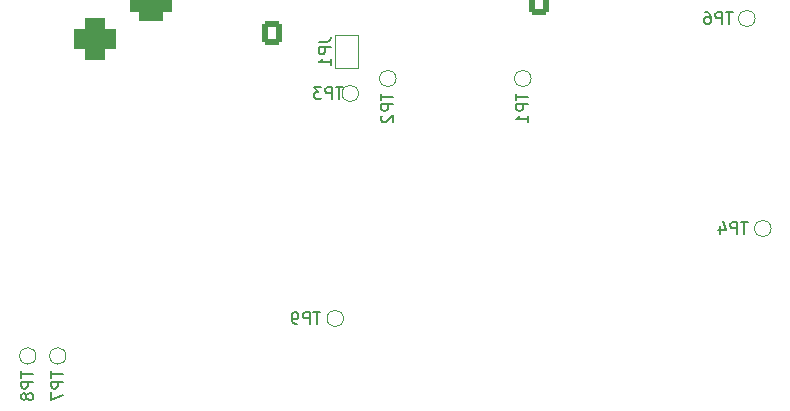
<source format=gbr>
%TF.GenerationSoftware,KiCad,Pcbnew,8.0.1*%
%TF.CreationDate,2024-09-11T09:05:04+09:00*%
%TF.ProjectId,raspcat,72617370-6361-4742-9e6b-696361645f70,rev?*%
%TF.SameCoordinates,Original*%
%TF.FileFunction,Legend,Bot*%
%TF.FilePolarity,Positive*%
%FSLAX46Y46*%
G04 Gerber Fmt 4.6, Leading zero omitted, Abs format (unit mm)*
G04 Created by KiCad (PCBNEW 8.0.1) date 2024-09-11 09:05:04*
%MOMM*%
%LPD*%
G01*
G04 APERTURE LIST*
G04 Aperture macros list*
%AMRoundRect*
0 Rectangle with rounded corners*
0 $1 Rounding radius*
0 $2 $3 $4 $5 $6 $7 $8 $9 X,Y pos of 4 corners*
0 Add a 4 corners polygon primitive as box body*
4,1,4,$2,$3,$4,$5,$6,$7,$8,$9,$2,$3,0*
0 Add four circle primitives for the rounded corners*
1,1,$1+$1,$2,$3*
1,1,$1+$1,$4,$5*
1,1,$1+$1,$6,$7*
1,1,$1+$1,$8,$9*
0 Add four rect primitives between the rounded corners*
20,1,$1+$1,$2,$3,$4,$5,0*
20,1,$1+$1,$4,$5,$6,$7,0*
20,1,$1+$1,$6,$7,$8,$9,0*
20,1,$1+$1,$8,$9,$2,$3,0*%
G04 Aperture macros list end*
%ADD10C,0.150000*%
%ADD11C,0.120000*%
%ADD12R,3.500000X3.500000*%
%ADD13RoundRect,0.750000X-1.000000X0.750000X-1.000000X-0.750000X1.000000X-0.750000X1.000000X0.750000X0*%
%ADD14RoundRect,0.875000X-0.875000X0.875000X-0.875000X-0.875000X0.875000X-0.875000X0.875000X0.875000X0*%
%ADD15RoundRect,0.250000X0.600000X0.750000X-0.600000X0.750000X-0.600000X-0.750000X0.600000X-0.750000X0*%
%ADD16O,1.700000X2.000000*%
%ADD17RoundRect,0.250000X0.600000X0.725000X-0.600000X0.725000X-0.600000X-0.725000X0.600000X-0.725000X0*%
%ADD18O,1.700000X1.950000*%
%ADD19RoundRect,0.250000X0.725000X-0.600000X0.725000X0.600000X-0.725000X0.600000X-0.725000X-0.600000X0*%
%ADD20O,1.950000X1.700000*%
%ADD21R,1.500000X2.300000*%
%ADD22O,1.500000X2.300000*%
%ADD23C,3.200000*%
%ADD24RoundRect,0.250000X-0.600000X-0.725000X0.600000X-0.725000X0.600000X0.725000X-0.600000X0.725000X0*%
%ADD25R,1.600000X1.600000*%
%ADD26C,1.600000*%
%ADD27C,2.300000*%
%ADD28R,1.600000X2.400000*%
%ADD29O,1.600000X2.400000*%
%ADD30O,1.700000X1.700000*%
%ADD31R,1.700000X1.700000*%
%ADD32RoundRect,0.250000X-0.600000X-0.750000X0.600000X-0.750000X0.600000X0.750000X-0.600000X0.750000X0*%
%ADD33C,1.000000*%
%ADD34R,1.500000X1.000000*%
G04 APERTURE END LIST*
D10*
X44314819Y54111905D02*
X44314819Y53540477D01*
X45314819Y53826191D02*
X44314819Y53826191D01*
X45314819Y53207143D02*
X44314819Y53207143D01*
X44314819Y53207143D02*
X44314819Y52826191D01*
X44314819Y52826191D02*
X44362438Y52730953D01*
X44362438Y52730953D02*
X44410057Y52683334D01*
X44410057Y52683334D02*
X44505295Y52635715D01*
X44505295Y52635715D02*
X44648152Y52635715D01*
X44648152Y52635715D02*
X44743390Y52683334D01*
X44743390Y52683334D02*
X44791009Y52730953D01*
X44791009Y52730953D02*
X44838628Y52826191D01*
X44838628Y52826191D02*
X44838628Y53207143D01*
X45314819Y51683334D02*
X45314819Y52254762D01*
X45314819Y51969048D02*
X44314819Y51969048D01*
X44314819Y51969048D02*
X44457676Y52064286D01*
X44457676Y52064286D02*
X44552914Y52159524D01*
X44552914Y52159524D02*
X44600533Y52254762D01*
X2404819Y30616905D02*
X2404819Y30045477D01*
X3404819Y30331191D02*
X2404819Y30331191D01*
X3404819Y29712143D02*
X2404819Y29712143D01*
X2404819Y29712143D02*
X2404819Y29331191D01*
X2404819Y29331191D02*
X2452438Y29235953D01*
X2452438Y29235953D02*
X2500057Y29188334D01*
X2500057Y29188334D02*
X2595295Y29140715D01*
X2595295Y29140715D02*
X2738152Y29140715D01*
X2738152Y29140715D02*
X2833390Y29188334D01*
X2833390Y29188334D02*
X2881009Y29235953D01*
X2881009Y29235953D02*
X2928628Y29331191D01*
X2928628Y29331191D02*
X2928628Y29712143D01*
X2833390Y28569286D02*
X2785771Y28664524D01*
X2785771Y28664524D02*
X2738152Y28712143D01*
X2738152Y28712143D02*
X2642914Y28759762D01*
X2642914Y28759762D02*
X2595295Y28759762D01*
X2595295Y28759762D02*
X2500057Y28712143D01*
X2500057Y28712143D02*
X2452438Y28664524D01*
X2452438Y28664524D02*
X2404819Y28569286D01*
X2404819Y28569286D02*
X2404819Y28378810D01*
X2404819Y28378810D02*
X2452438Y28283572D01*
X2452438Y28283572D02*
X2500057Y28235953D01*
X2500057Y28235953D02*
X2595295Y28188334D01*
X2595295Y28188334D02*
X2642914Y28188334D01*
X2642914Y28188334D02*
X2738152Y28235953D01*
X2738152Y28235953D02*
X2785771Y28283572D01*
X2785771Y28283572D02*
X2833390Y28378810D01*
X2833390Y28378810D02*
X2833390Y28569286D01*
X2833390Y28569286D02*
X2881009Y28664524D01*
X2881009Y28664524D02*
X2928628Y28712143D01*
X2928628Y28712143D02*
X3023866Y28759762D01*
X3023866Y28759762D02*
X3214342Y28759762D01*
X3214342Y28759762D02*
X3309580Y28712143D01*
X3309580Y28712143D02*
X3357200Y28664524D01*
X3357200Y28664524D02*
X3404819Y28569286D01*
X3404819Y28569286D02*
X3404819Y28378810D01*
X3404819Y28378810D02*
X3357200Y28283572D01*
X3357200Y28283572D02*
X3309580Y28235953D01*
X3309580Y28235953D02*
X3214342Y28188334D01*
X3214342Y28188334D02*
X3023866Y28188334D01*
X3023866Y28188334D02*
X2928628Y28235953D01*
X2928628Y28235953D02*
X2881009Y28283572D01*
X2881009Y28283572D02*
X2833390Y28378810D01*
X29611904Y54665181D02*
X29040476Y54665181D01*
X29326190Y53665181D02*
X29326190Y54665181D01*
X28707142Y53665181D02*
X28707142Y54665181D01*
X28707142Y54665181D02*
X28326190Y54665181D01*
X28326190Y54665181D02*
X28230952Y54617562D01*
X28230952Y54617562D02*
X28183333Y54569943D01*
X28183333Y54569943D02*
X28135714Y54474705D01*
X28135714Y54474705D02*
X28135714Y54331848D01*
X28135714Y54331848D02*
X28183333Y54236610D01*
X28183333Y54236610D02*
X28230952Y54188991D01*
X28230952Y54188991D02*
X28326190Y54141372D01*
X28326190Y54141372D02*
X28707142Y54141372D01*
X27802380Y54665181D02*
X27183333Y54665181D01*
X27183333Y54665181D02*
X27516666Y54284229D01*
X27516666Y54284229D02*
X27373809Y54284229D01*
X27373809Y54284229D02*
X27278571Y54236610D01*
X27278571Y54236610D02*
X27230952Y54188991D01*
X27230952Y54188991D02*
X27183333Y54093753D01*
X27183333Y54093753D02*
X27183333Y53855658D01*
X27183333Y53855658D02*
X27230952Y53760420D01*
X27230952Y53760420D02*
X27278571Y53712800D01*
X27278571Y53712800D02*
X27373809Y53665181D01*
X27373809Y53665181D02*
X27659523Y53665181D01*
X27659523Y53665181D02*
X27754761Y53712800D01*
X27754761Y53712800D02*
X27802380Y53760420D01*
X4944819Y30616905D02*
X4944819Y30045477D01*
X5944819Y30331191D02*
X4944819Y30331191D01*
X5944819Y29712143D02*
X4944819Y29712143D01*
X4944819Y29712143D02*
X4944819Y29331191D01*
X4944819Y29331191D02*
X4992438Y29235953D01*
X4992438Y29235953D02*
X5040057Y29188334D01*
X5040057Y29188334D02*
X5135295Y29140715D01*
X5135295Y29140715D02*
X5278152Y29140715D01*
X5278152Y29140715D02*
X5373390Y29188334D01*
X5373390Y29188334D02*
X5421009Y29235953D01*
X5421009Y29235953D02*
X5468628Y29331191D01*
X5468628Y29331191D02*
X5468628Y29712143D01*
X4944819Y28807381D02*
X4944819Y28140715D01*
X4944819Y28140715D02*
X5944819Y28569286D01*
X62631904Y61015181D02*
X62060476Y61015181D01*
X62346190Y60015181D02*
X62346190Y61015181D01*
X61727142Y60015181D02*
X61727142Y61015181D01*
X61727142Y61015181D02*
X61346190Y61015181D01*
X61346190Y61015181D02*
X61250952Y60967562D01*
X61250952Y60967562D02*
X61203333Y60919943D01*
X61203333Y60919943D02*
X61155714Y60824705D01*
X61155714Y60824705D02*
X61155714Y60681848D01*
X61155714Y60681848D02*
X61203333Y60586610D01*
X61203333Y60586610D02*
X61250952Y60538991D01*
X61250952Y60538991D02*
X61346190Y60491372D01*
X61346190Y60491372D02*
X61727142Y60491372D01*
X60298571Y61015181D02*
X60489047Y61015181D01*
X60489047Y61015181D02*
X60584285Y60967562D01*
X60584285Y60967562D02*
X60631904Y60919943D01*
X60631904Y60919943D02*
X60727142Y60777086D01*
X60727142Y60777086D02*
X60774761Y60586610D01*
X60774761Y60586610D02*
X60774761Y60205658D01*
X60774761Y60205658D02*
X60727142Y60110420D01*
X60727142Y60110420D02*
X60679523Y60062800D01*
X60679523Y60062800D02*
X60584285Y60015181D01*
X60584285Y60015181D02*
X60393809Y60015181D01*
X60393809Y60015181D02*
X60298571Y60062800D01*
X60298571Y60062800D02*
X60250952Y60110420D01*
X60250952Y60110420D02*
X60203333Y60205658D01*
X60203333Y60205658D02*
X60203333Y60443753D01*
X60203333Y60443753D02*
X60250952Y60538991D01*
X60250952Y60538991D02*
X60298571Y60586610D01*
X60298571Y60586610D02*
X60393809Y60634229D01*
X60393809Y60634229D02*
X60584285Y60634229D01*
X60584285Y60634229D02*
X60679523Y60586610D01*
X60679523Y60586610D02*
X60727142Y60538991D01*
X60727142Y60538991D02*
X60774761Y60443753D01*
X63901904Y43235181D02*
X63330476Y43235181D01*
X63616190Y42235181D02*
X63616190Y43235181D01*
X62997142Y42235181D02*
X62997142Y43235181D01*
X62997142Y43235181D02*
X62616190Y43235181D01*
X62616190Y43235181D02*
X62520952Y43187562D01*
X62520952Y43187562D02*
X62473333Y43139943D01*
X62473333Y43139943D02*
X62425714Y43044705D01*
X62425714Y43044705D02*
X62425714Y42901848D01*
X62425714Y42901848D02*
X62473333Y42806610D01*
X62473333Y42806610D02*
X62520952Y42758991D01*
X62520952Y42758991D02*
X62616190Y42711372D01*
X62616190Y42711372D02*
X62997142Y42711372D01*
X61568571Y42901848D02*
X61568571Y42235181D01*
X61806666Y43282800D02*
X62044761Y42568515D01*
X62044761Y42568515D02*
X61425714Y42568515D01*
X27584819Y58494334D02*
X28299104Y58494334D01*
X28299104Y58494334D02*
X28441961Y58541953D01*
X28441961Y58541953D02*
X28537200Y58637191D01*
X28537200Y58637191D02*
X28584819Y58780048D01*
X28584819Y58780048D02*
X28584819Y58875286D01*
X28584819Y58018143D02*
X27584819Y58018143D01*
X27584819Y58018143D02*
X27584819Y57637191D01*
X27584819Y57637191D02*
X27632438Y57541953D01*
X27632438Y57541953D02*
X27680057Y57494334D01*
X27680057Y57494334D02*
X27775295Y57446715D01*
X27775295Y57446715D02*
X27918152Y57446715D01*
X27918152Y57446715D02*
X28013390Y57494334D01*
X28013390Y57494334D02*
X28061009Y57541953D01*
X28061009Y57541953D02*
X28108628Y57637191D01*
X28108628Y57637191D02*
X28108628Y58018143D01*
X28584819Y56494334D02*
X28584819Y57065762D01*
X28584819Y56780048D02*
X27584819Y56780048D01*
X27584819Y56780048D02*
X27727676Y56875286D01*
X27727676Y56875286D02*
X27822914Y56970524D01*
X27822914Y56970524D02*
X27870533Y57065762D01*
X27706904Y35615181D02*
X27135476Y35615181D01*
X27421190Y34615181D02*
X27421190Y35615181D01*
X26802142Y34615181D02*
X26802142Y35615181D01*
X26802142Y35615181D02*
X26421190Y35615181D01*
X26421190Y35615181D02*
X26325952Y35567562D01*
X26325952Y35567562D02*
X26278333Y35519943D01*
X26278333Y35519943D02*
X26230714Y35424705D01*
X26230714Y35424705D02*
X26230714Y35281848D01*
X26230714Y35281848D02*
X26278333Y35186610D01*
X26278333Y35186610D02*
X26325952Y35138991D01*
X26325952Y35138991D02*
X26421190Y35091372D01*
X26421190Y35091372D02*
X26802142Y35091372D01*
X25754523Y34615181D02*
X25564047Y34615181D01*
X25564047Y34615181D02*
X25468809Y34662800D01*
X25468809Y34662800D02*
X25421190Y34710420D01*
X25421190Y34710420D02*
X25325952Y34853277D01*
X25325952Y34853277D02*
X25278333Y35043753D01*
X25278333Y35043753D02*
X25278333Y35424705D01*
X25278333Y35424705D02*
X25325952Y35519943D01*
X25325952Y35519943D02*
X25373571Y35567562D01*
X25373571Y35567562D02*
X25468809Y35615181D01*
X25468809Y35615181D02*
X25659285Y35615181D01*
X25659285Y35615181D02*
X25754523Y35567562D01*
X25754523Y35567562D02*
X25802142Y35519943D01*
X25802142Y35519943D02*
X25849761Y35424705D01*
X25849761Y35424705D02*
X25849761Y35186610D01*
X25849761Y35186610D02*
X25802142Y35091372D01*
X25802142Y35091372D02*
X25754523Y35043753D01*
X25754523Y35043753D02*
X25659285Y34996134D01*
X25659285Y34996134D02*
X25468809Y34996134D01*
X25468809Y34996134D02*
X25373571Y35043753D01*
X25373571Y35043753D02*
X25325952Y35091372D01*
X25325952Y35091372D02*
X25278333Y35186610D01*
X32884819Y54111905D02*
X32884819Y53540477D01*
X33884819Y53826191D02*
X32884819Y53826191D01*
X33884819Y53207143D02*
X32884819Y53207143D01*
X32884819Y53207143D02*
X32884819Y52826191D01*
X32884819Y52826191D02*
X32932438Y52730953D01*
X32932438Y52730953D02*
X32980057Y52683334D01*
X32980057Y52683334D02*
X33075295Y52635715D01*
X33075295Y52635715D02*
X33218152Y52635715D01*
X33218152Y52635715D02*
X33313390Y52683334D01*
X33313390Y52683334D02*
X33361009Y52730953D01*
X33361009Y52730953D02*
X33408628Y52826191D01*
X33408628Y52826191D02*
X33408628Y53207143D01*
X32980057Y52254762D02*
X32932438Y52207143D01*
X32932438Y52207143D02*
X32884819Y52111905D01*
X32884819Y52111905D02*
X32884819Y51873810D01*
X32884819Y51873810D02*
X32932438Y51778572D01*
X32932438Y51778572D02*
X32980057Y51730953D01*
X32980057Y51730953D02*
X33075295Y51683334D01*
X33075295Y51683334D02*
X33170533Y51683334D01*
X33170533Y51683334D02*
X33313390Y51730953D01*
X33313390Y51730953D02*
X33884819Y52302381D01*
X33884819Y52302381D02*
X33884819Y51683334D01*
D11*
%TO.C,TP1*%
X45560000Y55390000D02*
G75*
G02*
X44160000Y55390000I-700000J0D01*
G01*
X44160000Y55390000D02*
G75*
G02*
X45560000Y55390000I700000J0D01*
G01*
%TO.C,TP8*%
X3650000Y31895000D02*
G75*
G02*
X2250000Y31895000I-700000J0D01*
G01*
X2250000Y31895000D02*
G75*
G02*
X3650000Y31895000I700000J0D01*
G01*
%TO.C,TP3*%
X30955000Y54120000D02*
G75*
G02*
X29555000Y54120000I-700000J0D01*
G01*
X29555000Y54120000D02*
G75*
G02*
X30955000Y54120000I700000J0D01*
G01*
%TO.C,TP7*%
X6190000Y31895000D02*
G75*
G02*
X4790000Y31895000I-700000J0D01*
G01*
X4790000Y31895000D02*
G75*
G02*
X6190000Y31895000I700000J0D01*
G01*
%TO.C,TP6*%
X64529000Y60470000D02*
G75*
G02*
X63129000Y60470000I-700000J0D01*
G01*
X63129000Y60470000D02*
G75*
G02*
X64529000Y60470000I700000J0D01*
G01*
%TO.C,TP4*%
X65880000Y42690000D02*
G75*
G02*
X64480000Y42690000I-700000J0D01*
G01*
X64480000Y42690000D02*
G75*
G02*
X65880000Y42690000I700000J0D01*
G01*
%TO.C,JP1*%
X28930000Y59061000D02*
X30930000Y59061000D01*
X28930000Y56261000D02*
X28930000Y59061000D01*
X30930000Y59061000D02*
X30930000Y56261000D01*
X30930000Y56261000D02*
X28930000Y56261000D01*
%TO.C,TP9*%
X29685000Y35070000D02*
G75*
G02*
X28285000Y35070000I-700000J0D01*
G01*
X28285000Y35070000D02*
G75*
G02*
X29685000Y35070000I700000J0D01*
G01*
%TO.C,TP2*%
X34130000Y55390000D02*
G75*
G02*
X32730000Y55390000I-700000J0D01*
G01*
X32730000Y55390000D02*
G75*
G02*
X34130000Y55390000I700000J0D01*
G01*
%TD*%
%LPC*%
D12*
%TO.C,J1*%
X13365000Y55740000D03*
D13*
X13365000Y61740000D03*
D14*
X8665000Y58740000D03*
%TD*%
D15*
%TO.C,J2*%
X23611000Y59200000D03*
D16*
X21111000Y59200000D03*
%TD*%
D17*
%TO.C,J9*%
X22000000Y4590000D03*
D18*
X19500000Y4590000D03*
X17000000Y4590000D03*
X14500000Y4590000D03*
X12000000Y4590000D03*
%TD*%
D19*
%TO.C,J5*%
X4220000Y15385000D03*
D20*
X4220000Y17885000D03*
X4220000Y20385000D03*
%TD*%
D21*
%TO.C,U1*%
X41685000Y55390000D03*
D22*
X39145000Y55390000D03*
X36605000Y55390000D03*
%TD*%
D23*
%TO.C,H3*%
X65000000Y5000000D03*
%TD*%
%TO.C,H4*%
X65000000Y65000000D03*
%TD*%
%TO.C,H1*%
X5000000Y5000000D03*
%TD*%
%TO.C,H2*%
X5000000Y65000000D03*
%TD*%
D24*
%TO.C,J4*%
X38550000Y17925000D03*
D18*
X41050000Y17925000D03*
X43550000Y17925000D03*
X46050000Y17925000D03*
X48550000Y17925000D03*
X51050000Y17925000D03*
X53550000Y17925000D03*
X56050000Y17925000D03*
%TD*%
D24*
%TO.C,J3*%
X38550000Y10830000D03*
D18*
X41050000Y10830000D03*
X43550000Y10830000D03*
X46050000Y10830000D03*
X48550000Y10830000D03*
X51050000Y10830000D03*
X53550000Y10830000D03*
X56050000Y10830000D03*
%TD*%
D25*
%TO.C,C1*%
X29620000Y61740000D03*
D26*
X33120000Y61740000D03*
%TD*%
D27*
%TO.C,F1*%
X5211000Y50310000D03*
X9811000Y50310000D03*
X21111000Y50310000D03*
X25711000Y50310000D03*
%TD*%
D28*
%TO.C,U5*%
X33430000Y21100000D03*
D29*
X30890000Y21100000D03*
X28350000Y21100000D03*
X25810000Y21100000D03*
X23270000Y21100000D03*
X20730000Y21100000D03*
X18190000Y21100000D03*
X15650000Y21100000D03*
X15650000Y13480000D03*
X18190000Y13480000D03*
X20730000Y13480000D03*
X23270000Y13480000D03*
X25810000Y13480000D03*
X28350000Y13480000D03*
X30890000Y13480000D03*
X33430000Y13480000D03*
%TD*%
D30*
%TO.C,U2*%
X2950000Y26110000D03*
X5490000Y26110000D03*
D31*
X8030000Y26110000D03*
D30*
X10570000Y26110000D03*
X13110000Y26110000D03*
X15650000Y26110000D03*
X18190000Y26110000D03*
D31*
X20730000Y26110000D03*
D30*
X23270000Y26110000D03*
X25810000Y26110000D03*
X28350000Y26110000D03*
X30890000Y26110000D03*
D31*
X33430000Y26110000D03*
D30*
X35970000Y26110000D03*
X38510000Y26110000D03*
X41050000Y26110000D03*
X43590000Y26110000D03*
D31*
X46130000Y26110000D03*
D30*
X48670000Y26110000D03*
X51210000Y26110000D03*
X51210000Y43890000D03*
X48670000Y43890000D03*
D31*
X46130000Y43890000D03*
D30*
X43590000Y43890000D03*
X41050000Y43890000D03*
X38510000Y43890000D03*
X35970000Y43890000D03*
D31*
X33430000Y43890000D03*
D30*
X30890000Y43890000D03*
X28350000Y43890000D03*
X25810000Y43890000D03*
X23270000Y43890000D03*
D31*
X20730000Y43890000D03*
D30*
X18190000Y43890000D03*
X15650000Y43890000D03*
X13110000Y43890000D03*
X10570000Y43890000D03*
D31*
X8030000Y43890000D03*
D30*
X5490000Y43890000D03*
X2950000Y43890000D03*
%TD*%
D24*
%TO.C,J8*%
X46210000Y61740000D03*
D18*
X48710000Y61740000D03*
X51210000Y61740000D03*
%TD*%
D32*
%TO.C,J6*%
X38550000Y3955000D03*
D16*
X41050000Y3955000D03*
%TD*%
D33*
%TO.C,TP1*%
X44860000Y55390000D03*
%TD*%
%TO.C,TP8*%
X2950000Y31895000D03*
%TD*%
%TO.C,TP3*%
X30255000Y54120000D03*
%TD*%
%TO.C,TP7*%
X5490000Y31895000D03*
%TD*%
%TO.C,TP6*%
X63829000Y60470000D03*
%TD*%
%TO.C,TP4*%
X65180000Y42690000D03*
%TD*%
D34*
%TO.C,JP1*%
X29930000Y58311000D03*
X29930000Y57011000D03*
%TD*%
D33*
%TO.C,TP9*%
X28985000Y35070000D03*
%TD*%
%TO.C,TP2*%
X33430000Y55390000D03*
%TD*%
%LPD*%
M02*

</source>
